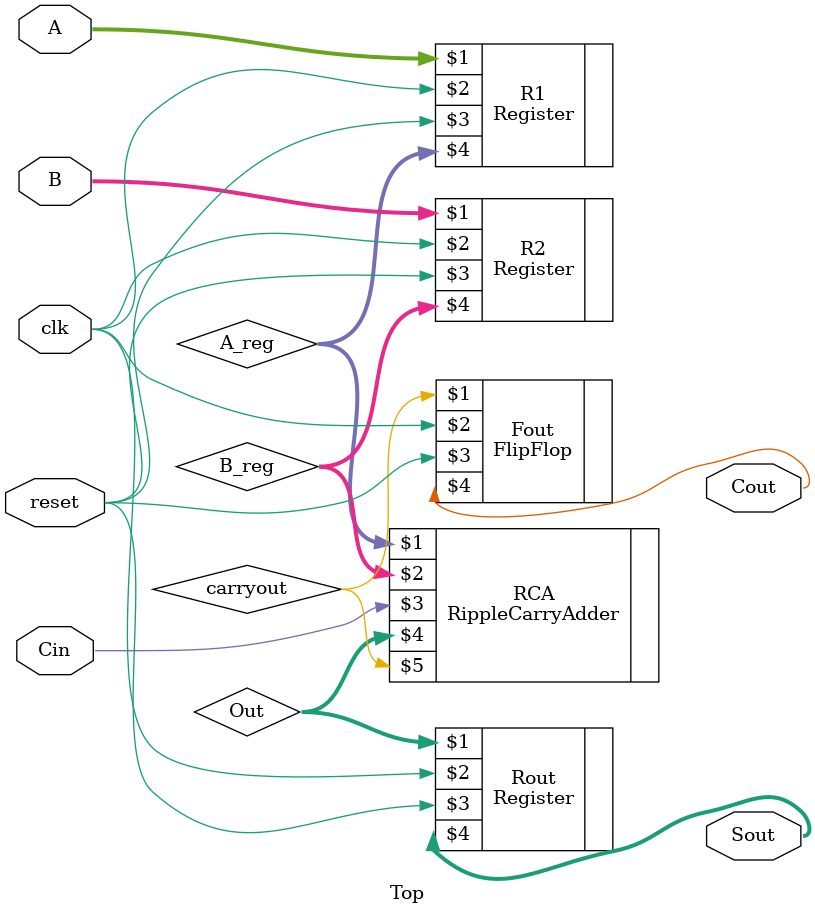
<source format=v>
`timescale 1ns / 1ps


module Top(
    input [7:0] A,
    input [7:0] B,
    input Cin,
    input clk,
    input reset,
    output [7:0] Sout,
    output Cout
    );
    
    wire [7:0] A_reg, B_reg;
    
    Register R1(A, clk, reset, A_reg);
    Register R2(B, clk, reset, B_reg);
    
    wire [7:0] Out;
    wire carryout;
    
    RippleCarryAdder RCA(A_reg, B_reg, Cin, Out, carryout);
    
    Register Rout(Out, clk, reset, Sout);
    FlipFlop Fout(carryout, clk, reset, Cout);
endmodule

</source>
